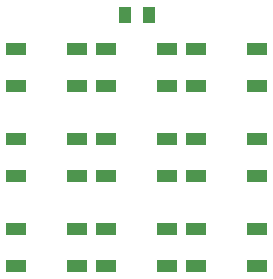
<source format=gbr>
G04 EAGLE Gerber RS-274X export*
G75*
%MOMM*%
%FSLAX34Y34*%
%LPD*%
%INSolderpaste Top*%
%IPPOS*%
%AMOC8*
5,1,8,0,0,1.08239X$1,22.5*%
G01*
%ADD10R,1.651000X1.000000*%
%ADD11R,1.100000X1.400000*%


D10*
X50430Y244600D03*
X101970Y244600D03*
X101970Y212600D03*
X50430Y212600D03*
X178170Y212600D03*
X126630Y212600D03*
X126630Y244600D03*
X178170Y244600D03*
X202830Y244600D03*
X254370Y244600D03*
X254370Y212600D03*
X202830Y212600D03*
X50430Y168400D03*
X101970Y168400D03*
X101970Y136400D03*
X50430Y136400D03*
X178170Y136400D03*
X126630Y136400D03*
X126630Y168400D03*
X178170Y168400D03*
X202830Y168400D03*
X254370Y168400D03*
X254370Y136400D03*
X202830Y136400D03*
X50430Y92200D03*
X101970Y92200D03*
X101970Y60200D03*
X50430Y60200D03*
X178170Y60200D03*
X126630Y60200D03*
X126630Y92200D03*
X178170Y92200D03*
X202830Y92200D03*
X254370Y92200D03*
X254370Y60200D03*
X202830Y60200D03*
D11*
X162400Y273050D03*
X142400Y273050D03*
M02*

</source>
